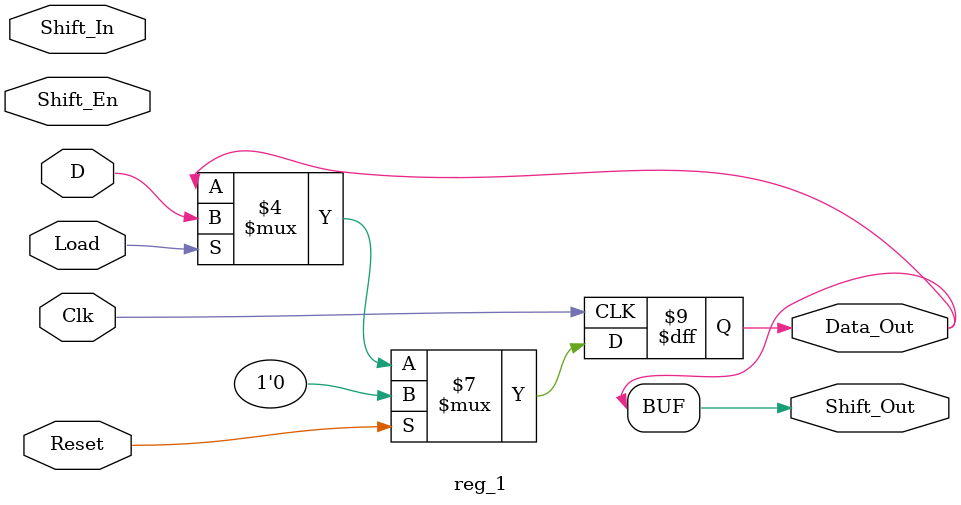
<source format=sv>
module reg_1(input logic      Clk, Reset, Shift_In, Load, Shift_En,
            input logic       D,
            output logic      Shift_Out,
            output logic      Data_Out);


    always_ff @ (posedge Clk)
    begin
      if(Reset)
        Data_Out <= 1'h0;
      else if (Load)
        Data_Out <= D;
      else if (Shift_En)
            Data_Out <= {Shift_In, Data_Out[0]};
    end
    
    assign Shift_Out = Data_Out[0];

endmodule

</source>
